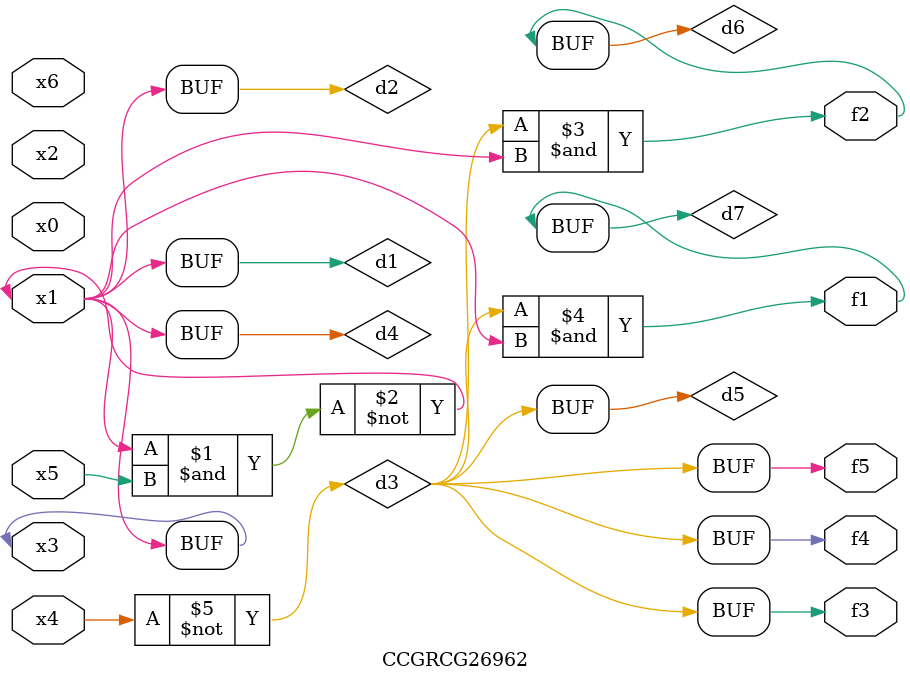
<source format=v>
module CCGRCG26962(
	input x0, x1, x2, x3, x4, x5, x6,
	output f1, f2, f3, f4, f5
);

	wire d1, d2, d3, d4, d5, d6, d7;

	buf (d1, x1, x3);
	nand (d2, x1, x5);
	not (d3, x4);
	buf (d4, d1, d2);
	buf (d5, d3);
	and (d6, d3, d4);
	and (d7, d3, d4);
	assign f1 = d7;
	assign f2 = d6;
	assign f3 = d5;
	assign f4 = d5;
	assign f5 = d5;
endmodule

</source>
